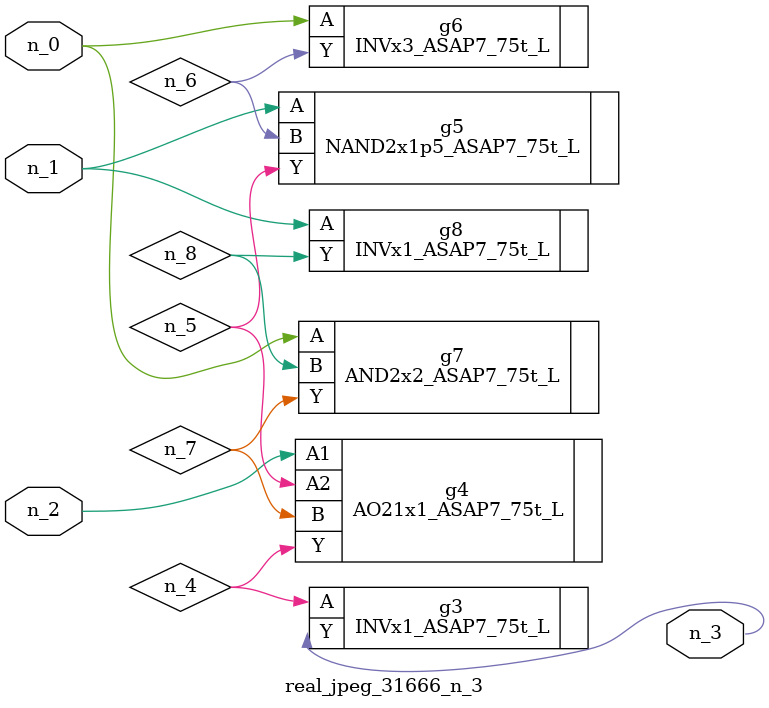
<source format=v>
module real_jpeg_31666_n_3 (n_1, n_0, n_2, n_3);

input n_1;
input n_0;
input n_2;

output n_3;

wire n_5;
wire n_8;
wire n_4;
wire n_6;
wire n_7;

INVx3_ASAP7_75t_L g6 ( 
.A(n_0),
.Y(n_6)
);

AND2x2_ASAP7_75t_L g7 ( 
.A(n_0),
.B(n_8),
.Y(n_7)
);

NAND2x1p5_ASAP7_75t_L g5 ( 
.A(n_1),
.B(n_6),
.Y(n_5)
);

INVx1_ASAP7_75t_L g8 ( 
.A(n_1),
.Y(n_8)
);

AO21x1_ASAP7_75t_L g4 ( 
.A1(n_2),
.A2(n_5),
.B(n_7),
.Y(n_4)
);

INVx1_ASAP7_75t_L g3 ( 
.A(n_4),
.Y(n_3)
);


endmodule
</source>
